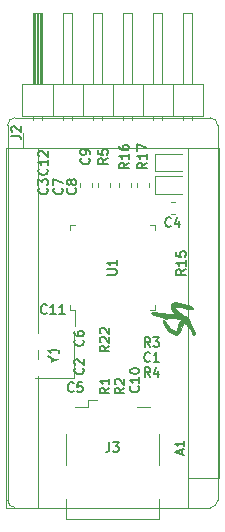
<source format=gbr>
%TF.GenerationSoftware,KiCad,Pcbnew,5.1.6+dfsg1-1~bpo10+1*%
%TF.CreationDate,2020-07-08T21:11:21+00:00*%
%TF.ProjectId,ProMicro_UART,50726f4d-6963-4726-9f5f-554152542e6b,v2*%
%TF.SameCoordinates,Original*%
%TF.FileFunction,Legend,Top*%
%TF.FilePolarity,Positive*%
%FSLAX45Y45*%
G04 Gerber Fmt 4.5, Leading zero omitted, Abs format (unit mm)*
G04 Created by KiCad (PCBNEW 5.1.6+dfsg1-1~bpo10+1) date 2020-07-08 21:11:21*
%MOMM*%
%LPD*%
G01*
G04 APERTURE LIST*
%TA.AperFunction,Profile*%
%ADD10C,0.100000*%
%TD*%
%ADD11C,0.010000*%
%ADD12C,0.120000*%
%ADD13C,0.200000*%
%ADD14C,0.150000*%
%ADD15O,1.600000X1.600000*%
%ADD16R,1.600000X1.600000*%
%ADD17R,1.200000X1.400000*%
%ADD18C,0.900000*%
%ADD19R,0.500000X2.500000*%
%ADD20R,2.000000X2.500000*%
%ADD21O,1.700000X1.700000*%
%ADD22R,1.700000X1.700000*%
G04 APERTURE END LIST*
D10*
X-1651000Y3111500D02*
X-1651000Y-63500D01*
X127000Y3111500D02*
X127000Y-63500D01*
X-1587500Y-127000D02*
G75*
G02*
X-1651000Y-63500I0J63500D01*
G01*
X127000Y-63500D02*
G75*
G02*
X63500Y-127000I-63500J0D01*
G01*
X63500Y3175000D02*
G75*
G02*
X127000Y3111500I0J-63500D01*
G01*
X-1651000Y3111500D02*
G75*
G02*
X-1587500Y3175000I63500J0D01*
G01*
X63500Y-127000D02*
X-1587500Y-127000D01*
X-1587500Y3175000D02*
X63500Y3175000D01*
D11*
G36*
X-432524Y1530896D02*
G01*
X-420548Y1533438D01*
X-399434Y1531073D01*
X-392660Y1529520D01*
X-367297Y1524435D01*
X-332644Y1519260D01*
X-297049Y1515203D01*
X-234264Y1509300D01*
X-252599Y1532608D01*
X-268721Y1561477D01*
X-269524Y1585242D01*
X-256320Y1602002D01*
X-230418Y1609856D01*
X-200449Y1608289D01*
X-166744Y1600600D01*
X-131711Y1589348D01*
X-101798Y1576831D01*
X-85963Y1567508D01*
X-81482Y1558920D01*
X-89517Y1552970D01*
X-105700Y1551008D01*
X-125663Y1554384D01*
X-127000Y1554825D01*
X-154090Y1562512D01*
X-183246Y1568460D01*
X-209461Y1571939D01*
X-227725Y1572224D01*
X-233038Y1570235D01*
X-230227Y1560317D01*
X-217015Y1544843D01*
X-197347Y1527256D01*
X-175167Y1510996D01*
X-154420Y1499505D01*
X-150040Y1497821D01*
X-131549Y1488247D01*
X-122741Y1477193D01*
X-122625Y1476067D01*
X-118118Y1460567D01*
X-107451Y1440615D01*
X-107223Y1440266D01*
X-96312Y1420318D01*
X-84527Y1394046D01*
X-74384Y1367692D01*
X-68401Y1347501D01*
X-67733Y1342313D01*
X-72820Y1331262D01*
X-73340Y1330715D01*
X-79850Y1334010D01*
X-89518Y1348958D01*
X-93359Y1356821D01*
X-107278Y1381703D01*
X-124962Y1405869D01*
X-142739Y1424971D01*
X-156934Y1434659D01*
X-159465Y1435100D01*
X-166024Y1427708D01*
X-175117Y1408499D01*
X-183152Y1386417D01*
X-196948Y1353605D01*
X-213157Y1336852D01*
X-234097Y1335284D01*
X-262085Y1348026D01*
X-270584Y1353431D01*
X-291396Y1371542D01*
X-310509Y1395448D01*
X-325530Y1420922D01*
X-334068Y1443744D01*
X-333732Y1459688D01*
X-332076Y1462011D01*
X-323243Y1462230D01*
X-312102Y1446640D01*
X-308656Y1439734D01*
X-293401Y1415888D01*
X-272820Y1393885D01*
X-251098Y1377236D01*
X-232421Y1369452D01*
X-225522Y1369985D01*
X-216545Y1380565D01*
X-209029Y1401127D01*
X-207786Y1406907D01*
X-200512Y1432083D01*
X-190479Y1451718D01*
X-188833Y1453750D01*
X-180992Y1464850D01*
X-187001Y1470148D01*
X-195900Y1472254D01*
X-230475Y1478138D01*
X-261251Y1481289D01*
X-284314Y1481511D01*
X-295748Y1478608D01*
X-296333Y1477271D01*
X-303193Y1469903D01*
X-309033Y1468967D01*
X-320307Y1473058D01*
X-321733Y1476529D01*
X-329365Y1481793D01*
X-349267Y1488032D01*
X-374054Y1493307D01*
X-409573Y1501876D01*
X-430802Y1512238D01*
X-436724Y1523738D01*
X-432524Y1530896D01*
G37*
X-432524Y1530896D02*
X-420548Y1533438D01*
X-399434Y1531073D01*
X-392660Y1529520D01*
X-367297Y1524435D01*
X-332644Y1519260D01*
X-297049Y1515203D01*
X-234264Y1509300D01*
X-252599Y1532608D01*
X-268721Y1561477D01*
X-269524Y1585242D01*
X-256320Y1602002D01*
X-230418Y1609856D01*
X-200449Y1608289D01*
X-166744Y1600600D01*
X-131711Y1589348D01*
X-101798Y1576831D01*
X-85963Y1567508D01*
X-81482Y1558920D01*
X-89517Y1552970D01*
X-105700Y1551008D01*
X-125663Y1554384D01*
X-127000Y1554825D01*
X-154090Y1562512D01*
X-183246Y1568460D01*
X-209461Y1571939D01*
X-227725Y1572224D01*
X-233038Y1570235D01*
X-230227Y1560317D01*
X-217015Y1544843D01*
X-197347Y1527256D01*
X-175167Y1510996D01*
X-154420Y1499505D01*
X-150040Y1497821D01*
X-131549Y1488247D01*
X-122741Y1477193D01*
X-122625Y1476067D01*
X-118118Y1460567D01*
X-107451Y1440615D01*
X-107223Y1440266D01*
X-96312Y1420318D01*
X-84527Y1394046D01*
X-74384Y1367692D01*
X-68401Y1347501D01*
X-67733Y1342313D01*
X-72820Y1331262D01*
X-73340Y1330715D01*
X-79850Y1334010D01*
X-89518Y1348958D01*
X-93359Y1356821D01*
X-107278Y1381703D01*
X-124962Y1405869D01*
X-142739Y1424971D01*
X-156934Y1434659D01*
X-159465Y1435100D01*
X-166024Y1427708D01*
X-175117Y1408499D01*
X-183152Y1386417D01*
X-196948Y1353605D01*
X-213157Y1336852D01*
X-234097Y1335284D01*
X-262085Y1348026D01*
X-270584Y1353431D01*
X-291396Y1371542D01*
X-310509Y1395448D01*
X-325530Y1420922D01*
X-334068Y1443744D01*
X-333732Y1459688D01*
X-332076Y1462011D01*
X-323243Y1462230D01*
X-312102Y1446640D01*
X-308656Y1439734D01*
X-293401Y1415888D01*
X-272820Y1393885D01*
X-251098Y1377236D01*
X-232421Y1369452D01*
X-225522Y1369985D01*
X-216545Y1380565D01*
X-209029Y1401127D01*
X-207786Y1406907D01*
X-200512Y1432083D01*
X-190479Y1451718D01*
X-188833Y1453750D01*
X-180992Y1464850D01*
X-187001Y1470148D01*
X-195900Y1472254D01*
X-230475Y1478138D01*
X-261251Y1481289D01*
X-284314Y1481511D01*
X-295748Y1478608D01*
X-296333Y1477271D01*
X-303193Y1469903D01*
X-309033Y1468967D01*
X-320307Y1473058D01*
X-321733Y1476529D01*
X-329365Y1481793D01*
X-349267Y1488032D01*
X-374054Y1493307D01*
X-409573Y1501876D01*
X-430802Y1512238D01*
X-436724Y1523738D01*
X-432524Y1530896D01*
D12*
X-1664000Y-127000D02*
X-127000Y-127000D01*
X-1664000Y2921000D02*
X-1664000Y-127000D01*
X140000Y2921000D02*
X-1664000Y2921000D01*
X-127000Y-127000D02*
X-127000Y2921000D01*
X-127000Y127000D02*
X140000Y127000D01*
X-1397000Y-127000D02*
X-1397000Y2921000D01*
X140000Y127000D02*
X140000Y2921000D01*
X-711400Y2587222D02*
X-711400Y2619778D01*
X-609400Y2587222D02*
X-609400Y2619778D01*
X-559000Y2587222D02*
X-559000Y2619778D01*
X-457000Y2587222D02*
X-457000Y2619778D01*
X-889200Y2587222D02*
X-889200Y2619778D01*
X-787200Y2587222D02*
X-787200Y2619778D01*
X-939600Y2619778D02*
X-939600Y2587222D01*
X-1041600Y2619778D02*
X-1041600Y2587222D01*
X-1422300Y968400D02*
X-1092300Y968400D01*
X-1092300Y968400D02*
X-1092300Y1368400D01*
X-401000Y2221000D02*
X-401000Y2266000D01*
X-401000Y2266000D02*
X-446000Y2266000D01*
X-401000Y1589000D02*
X-401000Y1544000D01*
X-401000Y1544000D02*
X-446000Y1544000D01*
X-1123000Y2221000D02*
X-1123000Y2266000D01*
X-1123000Y2266000D02*
X-1078000Y2266000D01*
X-1123000Y1589000D02*
X-1123000Y1544000D01*
X-1123000Y1544000D02*
X-1078000Y1544000D01*
X-1078000Y1544000D02*
X-1078000Y1415000D01*
X-1158000Y236000D02*
X-1158000Y496000D01*
X-366000Y496000D02*
X-366000Y236000D01*
X-1082000Y727000D02*
X-967000Y727000D01*
X-967000Y727000D02*
X-967000Y786000D01*
X-967000Y786000D02*
X-897000Y786000D01*
X-557000Y727000D02*
X-442000Y727000D01*
X-1158000Y-54000D02*
X-1158000Y-220000D01*
X-1158000Y-220000D02*
X-366000Y-220000D01*
X-366000Y-220000D02*
X-366000Y-54000D01*
X-237722Y2362000D02*
X-270278Y2362000D01*
X-237722Y2464000D02*
X-270278Y2464000D01*
X-1530000Y3192000D02*
X6000Y3192000D01*
X6000Y3192000D02*
X6000Y3458000D01*
X6000Y3458000D02*
X-1530000Y3458000D01*
X-1530000Y3458000D02*
X-1530000Y3192000D01*
X-1435000Y3458000D02*
X-1435000Y4058000D01*
X-1435000Y4058000D02*
X-1359000Y4058000D01*
X-1359000Y4058000D02*
X-1359000Y3458000D01*
X-1429000Y3458000D02*
X-1429000Y4058000D01*
X-1417000Y3458000D02*
X-1417000Y4058000D01*
X-1405000Y3458000D02*
X-1405000Y4058000D01*
X-1393000Y3458000D02*
X-1393000Y4058000D01*
X-1381000Y3458000D02*
X-1381000Y4058000D01*
X-1369000Y3458000D02*
X-1369000Y4058000D01*
X-1435000Y3159000D02*
X-1435000Y3192000D01*
X-1359000Y3159000D02*
X-1359000Y3192000D01*
X-1270000Y3192000D02*
X-1270000Y3458000D01*
X-1181000Y3458000D02*
X-1181000Y4058000D01*
X-1181000Y4058000D02*
X-1105000Y4058000D01*
X-1105000Y4058000D02*
X-1105000Y3458000D01*
X-1181000Y3152293D02*
X-1181000Y3192000D01*
X-1105000Y3152293D02*
X-1105000Y3192000D01*
X-1016000Y3192000D02*
X-1016000Y3458000D01*
X-927000Y3458000D02*
X-927000Y4058000D01*
X-927000Y4058000D02*
X-851000Y4058000D01*
X-851000Y4058000D02*
X-851000Y3458000D01*
X-927000Y3152293D02*
X-927000Y3192000D01*
X-851000Y3152293D02*
X-851000Y3192000D01*
X-762000Y3192000D02*
X-762000Y3458000D01*
X-673000Y3458000D02*
X-673000Y4058000D01*
X-673000Y4058000D02*
X-597000Y4058000D01*
X-597000Y4058000D02*
X-597000Y3458000D01*
X-673000Y3152293D02*
X-673000Y3192000D01*
X-597000Y3152293D02*
X-597000Y3192000D01*
X-508000Y3192000D02*
X-508000Y3458000D01*
X-419000Y3458000D02*
X-419000Y4058000D01*
X-419000Y4058000D02*
X-343000Y4058000D01*
X-343000Y4058000D02*
X-343000Y3458000D01*
X-419000Y3152293D02*
X-419000Y3192000D01*
X-343000Y3152293D02*
X-343000Y3192000D01*
X-254000Y3192000D02*
X-254000Y3458000D01*
X-165000Y3458000D02*
X-165000Y4058000D01*
X-165000Y4058000D02*
X-89000Y4058000D01*
X-89000Y4058000D02*
X-89000Y3458000D01*
X-165000Y3152293D02*
X-165000Y3192000D01*
X-89000Y3152293D02*
X-89000Y3192000D01*
X-1397000Y2921000D02*
X-1524000Y2921000D01*
X-1524000Y2921000D02*
X-1524000Y3048000D01*
X-174000Y2677000D02*
X-402500Y2677000D01*
X-402500Y2677000D02*
X-402500Y2530000D01*
X-402500Y2530000D02*
X-174000Y2530000D01*
X-174000Y2867500D02*
X-402500Y2867500D01*
X-402500Y2867500D02*
X-402500Y2720500D01*
X-402500Y2720500D02*
X-174000Y2720500D01*
D13*
X-177167Y323857D02*
X-177167Y361952D01*
X-154310Y316238D02*
X-234310Y342905D01*
X-154310Y369571D01*
X-154310Y438143D02*
X-154310Y392429D01*
X-154310Y415286D02*
X-234310Y415286D01*
X-222881Y407667D01*
X-215262Y400048D01*
X-211452Y392429D01*
X-624210Y2793372D02*
X-662305Y2766705D01*
X-624210Y2747657D02*
X-704210Y2747657D01*
X-704210Y2778133D01*
X-700400Y2785752D01*
X-696591Y2789562D01*
X-688972Y2793372D01*
X-677543Y2793372D01*
X-669924Y2789562D01*
X-666114Y2785752D01*
X-662305Y2778133D01*
X-662305Y2747657D01*
X-624210Y2869562D02*
X-624210Y2823848D01*
X-624210Y2846705D02*
X-704210Y2846705D01*
X-692781Y2839086D01*
X-685162Y2831467D01*
X-681352Y2823848D01*
X-704210Y2938133D02*
X-704210Y2922895D01*
X-700400Y2915276D01*
X-696591Y2911467D01*
X-685162Y2903848D01*
X-669924Y2900038D01*
X-639448Y2900038D01*
X-631829Y2903848D01*
X-628019Y2907657D01*
X-624210Y2915276D01*
X-624210Y2930514D01*
X-628019Y2938133D01*
X-631829Y2941943D01*
X-639448Y2945752D01*
X-658495Y2945752D01*
X-666114Y2941943D01*
X-669924Y2938133D01*
X-673733Y2930514D01*
X-673733Y2915276D01*
X-669924Y2907657D01*
X-666114Y2903848D01*
X-658495Y2900038D01*
X-471810Y2793372D02*
X-509905Y2766705D01*
X-471810Y2747657D02*
X-551810Y2747657D01*
X-551810Y2778133D01*
X-548000Y2785752D01*
X-544191Y2789562D01*
X-536572Y2793372D01*
X-525143Y2793372D01*
X-517524Y2789562D01*
X-513714Y2785752D01*
X-509905Y2778133D01*
X-509905Y2747657D01*
X-471810Y2869562D02*
X-471810Y2823848D01*
X-471810Y2846705D02*
X-551810Y2846705D01*
X-540381Y2839086D01*
X-532762Y2831467D01*
X-528952Y2823848D01*
X-551810Y2896229D02*
X-551810Y2949562D01*
X-471810Y2915276D01*
X-802010Y2831467D02*
X-840105Y2804800D01*
X-802010Y2785752D02*
X-882010Y2785752D01*
X-882010Y2816229D01*
X-878200Y2823848D01*
X-874390Y2827657D01*
X-866771Y2831467D01*
X-855343Y2831467D01*
X-847724Y2827657D01*
X-843914Y2823848D01*
X-840105Y2816229D01*
X-840105Y2785752D01*
X-882010Y2903848D02*
X-882010Y2865752D01*
X-843914Y2861943D01*
X-847724Y2865752D01*
X-851533Y2873371D01*
X-851533Y2892419D01*
X-847724Y2900038D01*
X-843914Y2903848D01*
X-836295Y2907657D01*
X-817248Y2907657D01*
X-809629Y2903848D01*
X-805819Y2900038D01*
X-802010Y2892419D01*
X-802010Y2873371D01*
X-805819Y2865752D01*
X-809629Y2861943D01*
X-962029Y2831467D02*
X-958219Y2827657D01*
X-954410Y2816229D01*
X-954410Y2808610D01*
X-958219Y2797181D01*
X-965838Y2789562D01*
X-973457Y2785752D01*
X-988695Y2781943D01*
X-1000124Y2781943D01*
X-1015362Y2785752D01*
X-1022981Y2789562D01*
X-1030600Y2797181D01*
X-1034410Y2808610D01*
X-1034410Y2816229D01*
X-1030600Y2827657D01*
X-1026790Y2831467D01*
X-954410Y2869562D02*
X-954410Y2884800D01*
X-958219Y2892419D01*
X-962029Y2896229D01*
X-973457Y2903848D01*
X-988695Y2907657D01*
X-1019171Y2907657D01*
X-1026790Y2903848D01*
X-1030600Y2900038D01*
X-1034410Y2892419D01*
X-1034410Y2877181D01*
X-1030600Y2869562D01*
X-1026790Y2865752D01*
X-1019171Y2861943D01*
X-1000124Y2861943D01*
X-992505Y2865752D01*
X-988695Y2869562D01*
X-984886Y2877181D01*
X-984886Y2892419D01*
X-988695Y2900038D01*
X-992505Y2903848D01*
X-1000124Y2907657D01*
D14*
X-1259681Y1120781D02*
X-1212062Y1120781D01*
X-1312062Y1087448D02*
X-1259681Y1120781D01*
X-1312062Y1154114D01*
X-1212062Y1239829D02*
X-1212062Y1182686D01*
X-1212062Y1211257D02*
X-1312062Y1211257D01*
X-1297776Y1201733D01*
X-1288252Y1192210D01*
X-1283491Y1182686D01*
D13*
X-805810Y1844048D02*
X-741048Y1844048D01*
X-733429Y1847857D01*
X-729619Y1851667D01*
X-725810Y1859286D01*
X-725810Y1874524D01*
X-729619Y1882143D01*
X-733429Y1885952D01*
X-741048Y1889762D01*
X-805810Y1889762D01*
X-725810Y1969762D02*
X-725810Y1924048D01*
X-725810Y1946905D02*
X-805810Y1946905D01*
X-794381Y1939286D01*
X-786762Y1931667D01*
X-782952Y1924048D01*
X-789310Y1243972D02*
X-827405Y1217305D01*
X-789310Y1198257D02*
X-869310Y1198257D01*
X-869310Y1228733D01*
X-865500Y1236352D01*
X-861690Y1240162D01*
X-854071Y1243972D01*
X-842643Y1243972D01*
X-835024Y1240162D01*
X-831214Y1236352D01*
X-827405Y1228733D01*
X-827405Y1198257D01*
X-861690Y1274448D02*
X-865500Y1278257D01*
X-869310Y1285876D01*
X-869310Y1304924D01*
X-865500Y1312543D01*
X-861690Y1316352D01*
X-854071Y1320162D01*
X-846452Y1320162D01*
X-835024Y1316352D01*
X-789310Y1270638D01*
X-789310Y1320162D01*
X-861690Y1350638D02*
X-865500Y1354448D01*
X-869310Y1362067D01*
X-869310Y1381114D01*
X-865500Y1388733D01*
X-861690Y1392543D01*
X-854071Y1396352D01*
X-846452Y1396352D01*
X-835024Y1392543D01*
X-789310Y1346829D01*
X-789310Y1396352D01*
X-1076329Y2577467D02*
X-1072519Y2573657D01*
X-1068710Y2562229D01*
X-1068710Y2554610D01*
X-1072519Y2543181D01*
X-1080138Y2535562D01*
X-1087757Y2531752D01*
X-1102995Y2527943D01*
X-1114424Y2527943D01*
X-1129662Y2531752D01*
X-1137281Y2535562D01*
X-1144900Y2543181D01*
X-1148710Y2554610D01*
X-1148710Y2562229D01*
X-1144900Y2573657D01*
X-1141091Y2577467D01*
X-1114424Y2623181D02*
X-1118233Y2615562D01*
X-1122043Y2611752D01*
X-1129662Y2607943D01*
X-1133472Y2607943D01*
X-1141091Y2611752D01*
X-1144900Y2615562D01*
X-1148710Y2623181D01*
X-1148710Y2638419D01*
X-1144900Y2646038D01*
X-1141091Y2649848D01*
X-1133472Y2653657D01*
X-1129662Y2653657D01*
X-1122043Y2649848D01*
X-1118233Y2646038D01*
X-1114424Y2638419D01*
X-1114424Y2623181D01*
X-1110614Y2615562D01*
X-1106805Y2611752D01*
X-1099186Y2607943D01*
X-1083948Y2607943D01*
X-1076329Y2611752D01*
X-1072519Y2615562D01*
X-1068710Y2623181D01*
X-1068710Y2638419D01*
X-1072519Y2646038D01*
X-1076329Y2649848D01*
X-1083948Y2653657D01*
X-1099186Y2653657D01*
X-1106805Y2649848D01*
X-1110614Y2646038D01*
X-1114424Y2638419D01*
X-1190629Y2577467D02*
X-1186819Y2573657D01*
X-1183010Y2562229D01*
X-1183010Y2554610D01*
X-1186819Y2543181D01*
X-1194438Y2535562D01*
X-1202057Y2531752D01*
X-1217295Y2527943D01*
X-1228724Y2527943D01*
X-1243962Y2531752D01*
X-1251581Y2535562D01*
X-1259200Y2543181D01*
X-1263010Y2554610D01*
X-1263010Y2562229D01*
X-1259200Y2573657D01*
X-1255391Y2577467D01*
X-1263010Y2604133D02*
X-1263010Y2657467D01*
X-1183010Y2623181D01*
X-445133Y1114429D02*
X-448943Y1110619D01*
X-460371Y1106810D01*
X-467990Y1106810D01*
X-479419Y1110619D01*
X-487038Y1118238D01*
X-490848Y1125857D01*
X-494657Y1141095D01*
X-494657Y1152524D01*
X-490848Y1167762D01*
X-487038Y1175381D01*
X-479419Y1183000D01*
X-467990Y1186810D01*
X-460371Y1186810D01*
X-448943Y1183000D01*
X-445133Y1179191D01*
X-368943Y1106810D02*
X-414657Y1106810D01*
X-391800Y1106810D02*
X-391800Y1186810D01*
X-399419Y1175381D01*
X-407038Y1167762D01*
X-414657Y1163952D01*
X-1012829Y1053467D02*
X-1009019Y1049657D01*
X-1005210Y1038229D01*
X-1005210Y1030610D01*
X-1009019Y1019181D01*
X-1016638Y1011562D01*
X-1024257Y1007752D01*
X-1039495Y1003943D01*
X-1050924Y1003943D01*
X-1066162Y1007752D01*
X-1073781Y1011562D01*
X-1081400Y1019181D01*
X-1085210Y1030610D01*
X-1085210Y1038229D01*
X-1081400Y1049657D01*
X-1077591Y1053467D01*
X-1077591Y1083943D02*
X-1081400Y1087752D01*
X-1085210Y1095372D01*
X-1085210Y1114419D01*
X-1081400Y1122038D01*
X-1077591Y1125848D01*
X-1069972Y1129657D01*
X-1062352Y1129657D01*
X-1050924Y1125848D01*
X-1005210Y1080133D01*
X-1005210Y1129657D01*
X-1317629Y2577467D02*
X-1313819Y2573657D01*
X-1310010Y2562229D01*
X-1310010Y2554610D01*
X-1313819Y2543181D01*
X-1321438Y2535562D01*
X-1329057Y2531752D01*
X-1344295Y2527943D01*
X-1355724Y2527943D01*
X-1370962Y2531752D01*
X-1378581Y2535562D01*
X-1386200Y2543181D01*
X-1390010Y2554610D01*
X-1390010Y2562229D01*
X-1386200Y2573657D01*
X-1382391Y2577467D01*
X-1390010Y2604133D02*
X-1390010Y2653657D01*
X-1359533Y2626991D01*
X-1359533Y2638419D01*
X-1355724Y2646038D01*
X-1351914Y2649848D01*
X-1344295Y2653657D01*
X-1325248Y2653657D01*
X-1317629Y2649848D01*
X-1313819Y2646038D01*
X-1310010Y2638419D01*
X-1310010Y2615562D01*
X-1313819Y2607943D01*
X-1317629Y2604133D01*
X-1092833Y860429D02*
X-1096643Y856619D01*
X-1108072Y852810D01*
X-1115691Y852810D01*
X-1127119Y856619D01*
X-1134738Y864238D01*
X-1138548Y871857D01*
X-1142357Y887095D01*
X-1142357Y898524D01*
X-1138548Y913762D01*
X-1134738Y921381D01*
X-1127119Y929000D01*
X-1115691Y932810D01*
X-1108072Y932810D01*
X-1096643Y929000D01*
X-1092833Y925190D01*
X-1020452Y932810D02*
X-1058548Y932810D01*
X-1062357Y894714D01*
X-1058548Y898524D01*
X-1050929Y902333D01*
X-1031881Y902333D01*
X-1024262Y898524D01*
X-1020452Y894714D01*
X-1016643Y887095D01*
X-1016643Y868048D01*
X-1020452Y860429D01*
X-1024262Y856619D01*
X-1031881Y852810D01*
X-1050929Y852810D01*
X-1058548Y856619D01*
X-1062357Y860429D01*
X-1012829Y1294767D02*
X-1009019Y1290957D01*
X-1005210Y1279529D01*
X-1005210Y1271910D01*
X-1009019Y1260481D01*
X-1016638Y1252862D01*
X-1024257Y1249052D01*
X-1039495Y1245243D01*
X-1050924Y1245243D01*
X-1066162Y1249052D01*
X-1073781Y1252862D01*
X-1081400Y1260481D01*
X-1085210Y1271910D01*
X-1085210Y1279529D01*
X-1081400Y1290957D01*
X-1077591Y1294767D01*
X-1085210Y1363338D02*
X-1085210Y1348100D01*
X-1081400Y1340481D01*
X-1077591Y1336672D01*
X-1066162Y1329052D01*
X-1050924Y1325243D01*
X-1020448Y1325243D01*
X-1012829Y1329052D01*
X-1009019Y1332862D01*
X-1005210Y1340481D01*
X-1005210Y1355719D01*
X-1009019Y1363338D01*
X-1012829Y1367148D01*
X-1020448Y1370957D01*
X-1039495Y1370957D01*
X-1047114Y1367148D01*
X-1050924Y1363338D01*
X-1054733Y1355719D01*
X-1054733Y1340481D01*
X-1050924Y1332862D01*
X-1047114Y1329052D01*
X-1039495Y1325243D01*
X-542929Y901071D02*
X-539119Y897262D01*
X-535310Y885833D01*
X-535310Y878214D01*
X-539119Y866786D01*
X-546738Y859167D01*
X-554357Y855357D01*
X-569595Y851548D01*
X-581024Y851548D01*
X-596262Y855357D01*
X-603881Y859167D01*
X-611500Y866786D01*
X-615310Y878214D01*
X-615310Y885833D01*
X-611500Y897262D01*
X-607691Y901071D01*
X-535310Y977262D02*
X-535310Y931548D01*
X-535310Y954405D02*
X-615310Y954405D01*
X-603881Y946786D01*
X-596262Y939167D01*
X-592452Y931548D01*
X-615310Y1026786D02*
X-615310Y1034405D01*
X-611500Y1042024D01*
X-607691Y1045833D01*
X-600072Y1049643D01*
X-584833Y1053452D01*
X-565786Y1053452D01*
X-550548Y1049643D01*
X-542929Y1045833D01*
X-539119Y1042024D01*
X-535310Y1034405D01*
X-535310Y1026786D01*
X-539119Y1019167D01*
X-542929Y1015357D01*
X-550548Y1011548D01*
X-565786Y1007738D01*
X-584833Y1007738D01*
X-600072Y1011548D01*
X-607691Y1015357D01*
X-611500Y1019167D01*
X-615310Y1026786D01*
X-1321429Y1520829D02*
X-1325238Y1517019D01*
X-1336667Y1513210D01*
X-1344286Y1513210D01*
X-1355714Y1517019D01*
X-1363333Y1524638D01*
X-1367143Y1532257D01*
X-1370952Y1547495D01*
X-1370952Y1558924D01*
X-1367143Y1574162D01*
X-1363333Y1581781D01*
X-1355714Y1589400D01*
X-1344286Y1593210D01*
X-1336667Y1593210D01*
X-1325238Y1589400D01*
X-1321429Y1585590D01*
X-1245238Y1513210D02*
X-1290952Y1513210D01*
X-1268095Y1513210D02*
X-1268095Y1593210D01*
X-1275714Y1581781D01*
X-1283333Y1574162D01*
X-1290952Y1570352D01*
X-1169048Y1513210D02*
X-1214762Y1513210D01*
X-1191905Y1513210D02*
X-1191905Y1593210D01*
X-1199524Y1581781D01*
X-1207143Y1574162D01*
X-1214762Y1570352D01*
X-1317629Y2742572D02*
X-1313819Y2738762D01*
X-1310010Y2727333D01*
X-1310010Y2719714D01*
X-1313819Y2708286D01*
X-1321438Y2700667D01*
X-1329057Y2696857D01*
X-1344295Y2693048D01*
X-1355724Y2693048D01*
X-1370962Y2696857D01*
X-1378581Y2700667D01*
X-1386200Y2708286D01*
X-1390010Y2719714D01*
X-1390010Y2727333D01*
X-1386200Y2738762D01*
X-1382391Y2742572D01*
X-1310010Y2818762D02*
X-1310010Y2773048D01*
X-1310010Y2795905D02*
X-1390010Y2795905D01*
X-1378581Y2788286D01*
X-1370962Y2780667D01*
X-1367152Y2773048D01*
X-1382391Y2849238D02*
X-1386200Y2853048D01*
X-1390010Y2860667D01*
X-1390010Y2879714D01*
X-1386200Y2887333D01*
X-1382391Y2891143D01*
X-1374772Y2894952D01*
X-1367152Y2894952D01*
X-1355724Y2891143D01*
X-1310010Y2845429D01*
X-1310010Y2894952D01*
X-789310Y888367D02*
X-827405Y861700D01*
X-789310Y842652D02*
X-869310Y842652D01*
X-869310Y873129D01*
X-865500Y880748D01*
X-861690Y884557D01*
X-854071Y888367D01*
X-842643Y888367D01*
X-835024Y884557D01*
X-831214Y880748D01*
X-827405Y873129D01*
X-827405Y842652D01*
X-789310Y964557D02*
X-789310Y918843D01*
X-789310Y941700D02*
X-869310Y941700D01*
X-857881Y934081D01*
X-850262Y926462D01*
X-846452Y918843D01*
X-662310Y888367D02*
X-700405Y861700D01*
X-662310Y842652D02*
X-742310Y842652D01*
X-742310Y873129D01*
X-738500Y880748D01*
X-734690Y884557D01*
X-727071Y888367D01*
X-715643Y888367D01*
X-708024Y884557D01*
X-704214Y880748D01*
X-700405Y873129D01*
X-700405Y842652D01*
X-734690Y918843D02*
X-738500Y922652D01*
X-742310Y930271D01*
X-742310Y949319D01*
X-738500Y956938D01*
X-734690Y960748D01*
X-727071Y964557D01*
X-719452Y964557D01*
X-708024Y960748D01*
X-662310Y915033D01*
X-662310Y964557D01*
X-445133Y1233810D02*
X-471800Y1271905D01*
X-490848Y1233810D02*
X-490848Y1313810D01*
X-460371Y1313810D01*
X-452752Y1310000D01*
X-448943Y1306191D01*
X-445133Y1298572D01*
X-445133Y1287143D01*
X-448943Y1279524D01*
X-452752Y1275714D01*
X-460371Y1271905D01*
X-490848Y1271905D01*
X-418467Y1313810D02*
X-368943Y1313810D01*
X-395610Y1283333D01*
X-384181Y1283333D01*
X-376562Y1279524D01*
X-372752Y1275714D01*
X-368943Y1268095D01*
X-368943Y1249048D01*
X-372752Y1241429D01*
X-376562Y1237619D01*
X-384181Y1233810D01*
X-407038Y1233810D01*
X-414657Y1237619D01*
X-418467Y1241429D01*
X-445133Y979810D02*
X-471800Y1017905D01*
X-490848Y979810D02*
X-490848Y1059810D01*
X-460371Y1059810D01*
X-452752Y1056000D01*
X-448943Y1052191D01*
X-445133Y1044571D01*
X-445133Y1033143D01*
X-448943Y1025524D01*
X-452752Y1021714D01*
X-460371Y1017905D01*
X-490848Y1017905D01*
X-376562Y1033143D02*
X-376562Y979810D01*
X-395610Y1063619D02*
X-414657Y1006476D01*
X-365133Y1006476D01*
X-141610Y1891671D02*
X-179705Y1865005D01*
X-141610Y1845957D02*
X-221610Y1845957D01*
X-221610Y1876433D01*
X-217800Y1884052D01*
X-213990Y1887862D01*
X-206371Y1891671D01*
X-194943Y1891671D01*
X-187324Y1887862D01*
X-183514Y1884052D01*
X-179705Y1876433D01*
X-179705Y1845957D01*
X-141610Y1967862D02*
X-141610Y1922148D01*
X-141610Y1945005D02*
X-221610Y1945005D01*
X-210181Y1937386D01*
X-202562Y1929767D01*
X-198752Y1922148D01*
X-221610Y2040243D02*
X-221610Y2002148D01*
X-183514Y1998338D01*
X-187324Y2002148D01*
X-191133Y2009767D01*
X-191133Y2028814D01*
X-187324Y2036433D01*
X-183514Y2040243D01*
X-175895Y2044052D01*
X-156848Y2044052D01*
X-149229Y2040243D01*
X-145419Y2036433D01*
X-141610Y2028814D01*
X-141610Y2009767D01*
X-145419Y2002148D01*
X-149229Y1998338D01*
X-788667Y424810D02*
X-788667Y367667D01*
X-792476Y356238D01*
X-800095Y348619D01*
X-811524Y344810D01*
X-819143Y344810D01*
X-758190Y424810D02*
X-708667Y424810D01*
X-735333Y394333D01*
X-723905Y394333D01*
X-716286Y390524D01*
X-712476Y386714D01*
X-708667Y379095D01*
X-708667Y360048D01*
X-712476Y352429D01*
X-716286Y348619D01*
X-723905Y344810D01*
X-746762Y344810D01*
X-754381Y348619D01*
X-758190Y352429D01*
X-267333Y2257429D02*
X-271143Y2253619D01*
X-282572Y2249810D01*
X-290191Y2249810D01*
X-301619Y2253619D01*
X-309238Y2261238D01*
X-313048Y2268857D01*
X-316857Y2284095D01*
X-316857Y2295524D01*
X-313048Y2310762D01*
X-309238Y2318381D01*
X-301619Y2326000D01*
X-290191Y2329810D01*
X-282572Y2329810D01*
X-271143Y2326000D01*
X-267333Y2322191D01*
X-198762Y2303143D02*
X-198762Y2249810D01*
X-217810Y2333619D02*
X-236857Y2276476D01*
X-187333Y2276476D01*
X-1618610Y3021333D02*
X-1561467Y3021333D01*
X-1550038Y3017524D01*
X-1542419Y3009905D01*
X-1538610Y2998476D01*
X-1538610Y2990857D01*
X-1610990Y3055619D02*
X-1614800Y3059429D01*
X-1618610Y3067048D01*
X-1618610Y3086095D01*
X-1614800Y3093714D01*
X-1610990Y3097524D01*
X-1603371Y3101333D01*
X-1595752Y3101333D01*
X-1584324Y3097524D01*
X-1538610Y3051810D01*
X-1538610Y3101333D01*
%LPC*%
D15*
X-1524000Y0D03*
X-1524000Y254000D03*
X-1524000Y508000D03*
X0Y2794000D03*
X-1524000Y762000D03*
X0Y2540000D03*
X-1524000Y1016000D03*
X0Y2286000D03*
X-1524000Y1270000D03*
X0Y2032000D03*
X-1524000Y1524000D03*
X0Y1778000D03*
X-1524000Y1778000D03*
X0Y1524000D03*
X-1524000Y2032000D03*
X0Y1270000D03*
X-1524000Y2286000D03*
X0Y1016000D03*
X-1524000Y2540000D03*
X0Y762000D03*
X-1524000Y2794000D03*
X0Y508000D03*
X0Y254000D03*
D16*
X0Y0D03*
G36*
G01*
X-634775Y2638500D02*
X-686025Y2638500D01*
G75*
G02*
X-707900Y2660375I0J21875D01*
G01*
X-707900Y2704125D01*
G75*
G02*
X-686025Y2726000I21875J0D01*
G01*
X-634775Y2726000D01*
G75*
G02*
X-612900Y2704125I0J-21875D01*
G01*
X-612900Y2660375D01*
G75*
G02*
X-634775Y2638500I-21875J0D01*
G01*
G37*
G36*
G01*
X-634775Y2481000D02*
X-686025Y2481000D01*
G75*
G02*
X-707900Y2502875I0J21875D01*
G01*
X-707900Y2546625D01*
G75*
G02*
X-686025Y2568500I21875J0D01*
G01*
X-634775Y2568500D01*
G75*
G02*
X-612900Y2546625I0J-21875D01*
G01*
X-612900Y2502875D01*
G75*
G02*
X-634775Y2481000I-21875J0D01*
G01*
G37*
G36*
G01*
X-482375Y2638500D02*
X-533625Y2638500D01*
G75*
G02*
X-555500Y2660375I0J21875D01*
G01*
X-555500Y2704125D01*
G75*
G02*
X-533625Y2726000I21875J0D01*
G01*
X-482375Y2726000D01*
G75*
G02*
X-460500Y2704125I0J-21875D01*
G01*
X-460500Y2660375D01*
G75*
G02*
X-482375Y2638500I-21875J0D01*
G01*
G37*
G36*
G01*
X-482375Y2481000D02*
X-533625Y2481000D01*
G75*
G02*
X-555500Y2502875I0J21875D01*
G01*
X-555500Y2546625D01*
G75*
G02*
X-533625Y2568500I21875J0D01*
G01*
X-482375Y2568500D01*
G75*
G02*
X-460500Y2546625I0J-21875D01*
G01*
X-460500Y2502875D01*
G75*
G02*
X-482375Y2481000I-21875J0D01*
G01*
G37*
G36*
G01*
X-812575Y2638500D02*
X-863825Y2638500D01*
G75*
G02*
X-885700Y2660375I0J21875D01*
G01*
X-885700Y2704125D01*
G75*
G02*
X-863825Y2726000I21875J0D01*
G01*
X-812575Y2726000D01*
G75*
G02*
X-790700Y2704125I0J-21875D01*
G01*
X-790700Y2660375D01*
G75*
G02*
X-812575Y2638500I-21875J0D01*
G01*
G37*
G36*
G01*
X-812575Y2481000D02*
X-863825Y2481000D01*
G75*
G02*
X-885700Y2502875I0J21875D01*
G01*
X-885700Y2546625D01*
G75*
G02*
X-863825Y2568500I21875J0D01*
G01*
X-812575Y2568500D01*
G75*
G02*
X-790700Y2546625I0J-21875D01*
G01*
X-790700Y2502875D01*
G75*
G02*
X-812575Y2481000I-21875J0D01*
G01*
G37*
G36*
G01*
X-1016225Y2568500D02*
X-964975Y2568500D01*
G75*
G02*
X-943100Y2546625I0J-21875D01*
G01*
X-943100Y2502875D01*
G75*
G02*
X-964975Y2481000I-21875J0D01*
G01*
X-1016225Y2481000D01*
G75*
G02*
X-1038100Y2502875I0J21875D01*
G01*
X-1038100Y2546625D01*
G75*
G02*
X-1016225Y2568500I21875J0D01*
G01*
G37*
G36*
G01*
X-1016225Y2726000D02*
X-964975Y2726000D01*
G75*
G02*
X-943100Y2704125I0J-21875D01*
G01*
X-943100Y2660375D01*
G75*
G02*
X-964975Y2638500I-21875J0D01*
G01*
X-1016225Y2638500D01*
G75*
G02*
X-1038100Y2660375I0J21875D01*
G01*
X-1038100Y2704125D01*
G75*
G02*
X-1016225Y2726000I21875J0D01*
G01*
G37*
D17*
X-1342300Y1058400D03*
X-1342300Y1278400D03*
X-1172300Y1278400D03*
X-1172300Y1058400D03*
G36*
G01*
X-1112000Y1615000D02*
X-1244500Y1615000D01*
G75*
G02*
X-1252000Y1622500I0J7500D01*
G01*
X-1252000Y1637500D01*
G75*
G02*
X-1244500Y1645000I7500J0D01*
G01*
X-1112000Y1645000D01*
G75*
G02*
X-1104500Y1637500I0J-7500D01*
G01*
X-1104500Y1622500D01*
G75*
G02*
X-1112000Y1615000I-7500J0D01*
G01*
G37*
G36*
G01*
X-1112000Y1665000D02*
X-1244500Y1665000D01*
G75*
G02*
X-1252000Y1672500I0J7500D01*
G01*
X-1252000Y1687500D01*
G75*
G02*
X-1244500Y1695000I7500J0D01*
G01*
X-1112000Y1695000D01*
G75*
G02*
X-1104500Y1687500I0J-7500D01*
G01*
X-1104500Y1672500D01*
G75*
G02*
X-1112000Y1665000I-7500J0D01*
G01*
G37*
G36*
G01*
X-1112000Y1715000D02*
X-1244500Y1715000D01*
G75*
G02*
X-1252000Y1722500I0J7500D01*
G01*
X-1252000Y1737500D01*
G75*
G02*
X-1244500Y1745000I7500J0D01*
G01*
X-1112000Y1745000D01*
G75*
G02*
X-1104500Y1737500I0J-7500D01*
G01*
X-1104500Y1722500D01*
G75*
G02*
X-1112000Y1715000I-7500J0D01*
G01*
G37*
G36*
G01*
X-1112000Y1765000D02*
X-1244500Y1765000D01*
G75*
G02*
X-1252000Y1772500I0J7500D01*
G01*
X-1252000Y1787500D01*
G75*
G02*
X-1244500Y1795000I7500J0D01*
G01*
X-1112000Y1795000D01*
G75*
G02*
X-1104500Y1787500I0J-7500D01*
G01*
X-1104500Y1772500D01*
G75*
G02*
X-1112000Y1765000I-7500J0D01*
G01*
G37*
G36*
G01*
X-1112000Y1815000D02*
X-1244500Y1815000D01*
G75*
G02*
X-1252000Y1822500I0J7500D01*
G01*
X-1252000Y1837500D01*
G75*
G02*
X-1244500Y1845000I7500J0D01*
G01*
X-1112000Y1845000D01*
G75*
G02*
X-1104500Y1837500I0J-7500D01*
G01*
X-1104500Y1822500D01*
G75*
G02*
X-1112000Y1815000I-7500J0D01*
G01*
G37*
G36*
G01*
X-1112000Y1865000D02*
X-1244500Y1865000D01*
G75*
G02*
X-1252000Y1872500I0J7500D01*
G01*
X-1252000Y1887500D01*
G75*
G02*
X-1244500Y1895000I7500J0D01*
G01*
X-1112000Y1895000D01*
G75*
G02*
X-1104500Y1887500I0J-7500D01*
G01*
X-1104500Y1872500D01*
G75*
G02*
X-1112000Y1865000I-7500J0D01*
G01*
G37*
G36*
G01*
X-1112000Y1915000D02*
X-1244500Y1915000D01*
G75*
G02*
X-1252000Y1922500I0J7500D01*
G01*
X-1252000Y1937500D01*
G75*
G02*
X-1244500Y1945000I7500J0D01*
G01*
X-1112000Y1945000D01*
G75*
G02*
X-1104500Y1937500I0J-7500D01*
G01*
X-1104500Y1922500D01*
G75*
G02*
X-1112000Y1915000I-7500J0D01*
G01*
G37*
G36*
G01*
X-1112000Y1965000D02*
X-1244500Y1965000D01*
G75*
G02*
X-1252000Y1972500I0J7500D01*
G01*
X-1252000Y1987500D01*
G75*
G02*
X-1244500Y1995000I7500J0D01*
G01*
X-1112000Y1995000D01*
G75*
G02*
X-1104500Y1987500I0J-7500D01*
G01*
X-1104500Y1972500D01*
G75*
G02*
X-1112000Y1965000I-7500J0D01*
G01*
G37*
G36*
G01*
X-1112000Y2015000D02*
X-1244500Y2015000D01*
G75*
G02*
X-1252000Y2022500I0J7500D01*
G01*
X-1252000Y2037500D01*
G75*
G02*
X-1244500Y2045000I7500J0D01*
G01*
X-1112000Y2045000D01*
G75*
G02*
X-1104500Y2037500I0J-7500D01*
G01*
X-1104500Y2022500D01*
G75*
G02*
X-1112000Y2015000I-7500J0D01*
G01*
G37*
G36*
G01*
X-1112000Y2065000D02*
X-1244500Y2065000D01*
G75*
G02*
X-1252000Y2072500I0J7500D01*
G01*
X-1252000Y2087500D01*
G75*
G02*
X-1244500Y2095000I7500J0D01*
G01*
X-1112000Y2095000D01*
G75*
G02*
X-1104500Y2087500I0J-7500D01*
G01*
X-1104500Y2072500D01*
G75*
G02*
X-1112000Y2065000I-7500J0D01*
G01*
G37*
G36*
G01*
X-1112000Y2115000D02*
X-1244500Y2115000D01*
G75*
G02*
X-1252000Y2122500I0J7500D01*
G01*
X-1252000Y2137500D01*
G75*
G02*
X-1244500Y2145000I7500J0D01*
G01*
X-1112000Y2145000D01*
G75*
G02*
X-1104500Y2137500I0J-7500D01*
G01*
X-1104500Y2122500D01*
G75*
G02*
X-1112000Y2115000I-7500J0D01*
G01*
G37*
G36*
G01*
X-1112000Y2165000D02*
X-1244500Y2165000D01*
G75*
G02*
X-1252000Y2172500I0J7500D01*
G01*
X-1252000Y2187500D01*
G75*
G02*
X-1244500Y2195000I7500J0D01*
G01*
X-1112000Y2195000D01*
G75*
G02*
X-1104500Y2187500I0J-7500D01*
G01*
X-1104500Y2172500D01*
G75*
G02*
X-1112000Y2165000I-7500J0D01*
G01*
G37*
G36*
G01*
X-1029500Y2247500D02*
X-1044500Y2247500D01*
G75*
G02*
X-1052000Y2255000I0J7500D01*
G01*
X-1052000Y2387500D01*
G75*
G02*
X-1044500Y2395000I7500J0D01*
G01*
X-1029500Y2395000D01*
G75*
G02*
X-1022000Y2387500I0J-7500D01*
G01*
X-1022000Y2255000D01*
G75*
G02*
X-1029500Y2247500I-7500J0D01*
G01*
G37*
G36*
G01*
X-979500Y2247500D02*
X-994500Y2247500D01*
G75*
G02*
X-1002000Y2255000I0J7500D01*
G01*
X-1002000Y2387500D01*
G75*
G02*
X-994500Y2395000I7500J0D01*
G01*
X-979500Y2395000D01*
G75*
G02*
X-972000Y2387500I0J-7500D01*
G01*
X-972000Y2255000D01*
G75*
G02*
X-979500Y2247500I-7500J0D01*
G01*
G37*
G36*
G01*
X-929500Y2247500D02*
X-944500Y2247500D01*
G75*
G02*
X-952000Y2255000I0J7500D01*
G01*
X-952000Y2387500D01*
G75*
G02*
X-944500Y2395000I7500J0D01*
G01*
X-929500Y2395000D01*
G75*
G02*
X-922000Y2387500I0J-7500D01*
G01*
X-922000Y2255000D01*
G75*
G02*
X-929500Y2247500I-7500J0D01*
G01*
G37*
G36*
G01*
X-879500Y2247500D02*
X-894500Y2247500D01*
G75*
G02*
X-902000Y2255000I0J7500D01*
G01*
X-902000Y2387500D01*
G75*
G02*
X-894500Y2395000I7500J0D01*
G01*
X-879500Y2395000D01*
G75*
G02*
X-872000Y2387500I0J-7500D01*
G01*
X-872000Y2255000D01*
G75*
G02*
X-879500Y2247500I-7500J0D01*
G01*
G37*
G36*
G01*
X-829500Y2247500D02*
X-844500Y2247500D01*
G75*
G02*
X-852000Y2255000I0J7500D01*
G01*
X-852000Y2387500D01*
G75*
G02*
X-844500Y2395000I7500J0D01*
G01*
X-829500Y2395000D01*
G75*
G02*
X-822000Y2387500I0J-7500D01*
G01*
X-822000Y2255000D01*
G75*
G02*
X-829500Y2247500I-7500J0D01*
G01*
G37*
G36*
G01*
X-779500Y2247500D02*
X-794500Y2247500D01*
G75*
G02*
X-802000Y2255000I0J7500D01*
G01*
X-802000Y2387500D01*
G75*
G02*
X-794500Y2395000I7500J0D01*
G01*
X-779500Y2395000D01*
G75*
G02*
X-772000Y2387500I0J-7500D01*
G01*
X-772000Y2255000D01*
G75*
G02*
X-779500Y2247500I-7500J0D01*
G01*
G37*
G36*
G01*
X-729500Y2247500D02*
X-744500Y2247500D01*
G75*
G02*
X-752000Y2255000I0J7500D01*
G01*
X-752000Y2387500D01*
G75*
G02*
X-744500Y2395000I7500J0D01*
G01*
X-729500Y2395000D01*
G75*
G02*
X-722000Y2387500I0J-7500D01*
G01*
X-722000Y2255000D01*
G75*
G02*
X-729500Y2247500I-7500J0D01*
G01*
G37*
G36*
G01*
X-679500Y2247500D02*
X-694500Y2247500D01*
G75*
G02*
X-702000Y2255000I0J7500D01*
G01*
X-702000Y2387500D01*
G75*
G02*
X-694500Y2395000I7500J0D01*
G01*
X-679500Y2395000D01*
G75*
G02*
X-672000Y2387500I0J-7500D01*
G01*
X-672000Y2255000D01*
G75*
G02*
X-679500Y2247500I-7500J0D01*
G01*
G37*
G36*
G01*
X-629500Y2247500D02*
X-644500Y2247500D01*
G75*
G02*
X-652000Y2255000I0J7500D01*
G01*
X-652000Y2387500D01*
G75*
G02*
X-644500Y2395000I7500J0D01*
G01*
X-629500Y2395000D01*
G75*
G02*
X-622000Y2387500I0J-7500D01*
G01*
X-622000Y2255000D01*
G75*
G02*
X-629500Y2247500I-7500J0D01*
G01*
G37*
G36*
G01*
X-579500Y2247500D02*
X-594500Y2247500D01*
G75*
G02*
X-602000Y2255000I0J7500D01*
G01*
X-602000Y2387500D01*
G75*
G02*
X-594500Y2395000I7500J0D01*
G01*
X-579500Y2395000D01*
G75*
G02*
X-572000Y2387500I0J-7500D01*
G01*
X-572000Y2255000D01*
G75*
G02*
X-579500Y2247500I-7500J0D01*
G01*
G37*
G36*
G01*
X-529500Y2247500D02*
X-544500Y2247500D01*
G75*
G02*
X-552000Y2255000I0J7500D01*
G01*
X-552000Y2387500D01*
G75*
G02*
X-544500Y2395000I7500J0D01*
G01*
X-529500Y2395000D01*
G75*
G02*
X-522000Y2387500I0J-7500D01*
G01*
X-522000Y2255000D01*
G75*
G02*
X-529500Y2247500I-7500J0D01*
G01*
G37*
G36*
G01*
X-479500Y2247500D02*
X-494500Y2247500D01*
G75*
G02*
X-502000Y2255000I0J7500D01*
G01*
X-502000Y2387500D01*
G75*
G02*
X-494500Y2395000I7500J0D01*
G01*
X-479500Y2395000D01*
G75*
G02*
X-472000Y2387500I0J-7500D01*
G01*
X-472000Y2255000D01*
G75*
G02*
X-479500Y2247500I-7500J0D01*
G01*
G37*
G36*
G01*
X-279500Y2165000D02*
X-412000Y2165000D01*
G75*
G02*
X-419500Y2172500I0J7500D01*
G01*
X-419500Y2187500D01*
G75*
G02*
X-412000Y2195000I7500J0D01*
G01*
X-279500Y2195000D01*
G75*
G02*
X-272000Y2187500I0J-7500D01*
G01*
X-272000Y2172500D01*
G75*
G02*
X-279500Y2165000I-7500J0D01*
G01*
G37*
G36*
G01*
X-279500Y2115000D02*
X-412000Y2115000D01*
G75*
G02*
X-419500Y2122500I0J7500D01*
G01*
X-419500Y2137500D01*
G75*
G02*
X-412000Y2145000I7500J0D01*
G01*
X-279500Y2145000D01*
G75*
G02*
X-272000Y2137500I0J-7500D01*
G01*
X-272000Y2122500D01*
G75*
G02*
X-279500Y2115000I-7500J0D01*
G01*
G37*
G36*
G01*
X-279500Y2065000D02*
X-412000Y2065000D01*
G75*
G02*
X-419500Y2072500I0J7500D01*
G01*
X-419500Y2087500D01*
G75*
G02*
X-412000Y2095000I7500J0D01*
G01*
X-279500Y2095000D01*
G75*
G02*
X-272000Y2087500I0J-7500D01*
G01*
X-272000Y2072500D01*
G75*
G02*
X-279500Y2065000I-7500J0D01*
G01*
G37*
G36*
G01*
X-279500Y2015000D02*
X-412000Y2015000D01*
G75*
G02*
X-419500Y2022500I0J7500D01*
G01*
X-419500Y2037500D01*
G75*
G02*
X-412000Y2045000I7500J0D01*
G01*
X-279500Y2045000D01*
G75*
G02*
X-272000Y2037500I0J-7500D01*
G01*
X-272000Y2022500D01*
G75*
G02*
X-279500Y2015000I-7500J0D01*
G01*
G37*
G36*
G01*
X-279500Y1965000D02*
X-412000Y1965000D01*
G75*
G02*
X-419500Y1972500I0J7500D01*
G01*
X-419500Y1987500D01*
G75*
G02*
X-412000Y1995000I7500J0D01*
G01*
X-279500Y1995000D01*
G75*
G02*
X-272000Y1987500I0J-7500D01*
G01*
X-272000Y1972500D01*
G75*
G02*
X-279500Y1965000I-7500J0D01*
G01*
G37*
G36*
G01*
X-279500Y1915000D02*
X-412000Y1915000D01*
G75*
G02*
X-419500Y1922500I0J7500D01*
G01*
X-419500Y1937500D01*
G75*
G02*
X-412000Y1945000I7500J0D01*
G01*
X-279500Y1945000D01*
G75*
G02*
X-272000Y1937500I0J-7500D01*
G01*
X-272000Y1922500D01*
G75*
G02*
X-279500Y1915000I-7500J0D01*
G01*
G37*
G36*
G01*
X-279500Y1865000D02*
X-412000Y1865000D01*
G75*
G02*
X-419500Y1872500I0J7500D01*
G01*
X-419500Y1887500D01*
G75*
G02*
X-412000Y1895000I7500J0D01*
G01*
X-279500Y1895000D01*
G75*
G02*
X-272000Y1887500I0J-7500D01*
G01*
X-272000Y1872500D01*
G75*
G02*
X-279500Y1865000I-7500J0D01*
G01*
G37*
G36*
G01*
X-279500Y1815000D02*
X-412000Y1815000D01*
G75*
G02*
X-419500Y1822500I0J7500D01*
G01*
X-419500Y1837500D01*
G75*
G02*
X-412000Y1845000I7500J0D01*
G01*
X-279500Y1845000D01*
G75*
G02*
X-272000Y1837500I0J-7500D01*
G01*
X-272000Y1822500D01*
G75*
G02*
X-279500Y1815000I-7500J0D01*
G01*
G37*
G36*
G01*
X-279500Y1765000D02*
X-412000Y1765000D01*
G75*
G02*
X-419500Y1772500I0J7500D01*
G01*
X-419500Y1787500D01*
G75*
G02*
X-412000Y1795000I7500J0D01*
G01*
X-279500Y1795000D01*
G75*
G02*
X-272000Y1787500I0J-7500D01*
G01*
X-272000Y1772500D01*
G75*
G02*
X-279500Y1765000I-7500J0D01*
G01*
G37*
G36*
G01*
X-279500Y1715000D02*
X-412000Y1715000D01*
G75*
G02*
X-419500Y1722500I0J7500D01*
G01*
X-419500Y1737500D01*
G75*
G02*
X-412000Y1745000I7500J0D01*
G01*
X-279500Y1745000D01*
G75*
G02*
X-272000Y1737500I0J-7500D01*
G01*
X-272000Y1722500D01*
G75*
G02*
X-279500Y1715000I-7500J0D01*
G01*
G37*
G36*
G01*
X-279500Y1665000D02*
X-412000Y1665000D01*
G75*
G02*
X-419500Y1672500I0J7500D01*
G01*
X-419500Y1687500D01*
G75*
G02*
X-412000Y1695000I7500J0D01*
G01*
X-279500Y1695000D01*
G75*
G02*
X-272000Y1687500I0J-7500D01*
G01*
X-272000Y1672500D01*
G75*
G02*
X-279500Y1665000I-7500J0D01*
G01*
G37*
G36*
G01*
X-279500Y1615000D02*
X-412000Y1615000D01*
G75*
G02*
X-419500Y1622500I0J7500D01*
G01*
X-419500Y1637500D01*
G75*
G02*
X-412000Y1645000I7500J0D01*
G01*
X-279500Y1645000D01*
G75*
G02*
X-272000Y1637500I0J-7500D01*
G01*
X-272000Y1622500D01*
G75*
G02*
X-279500Y1615000I-7500J0D01*
G01*
G37*
G36*
G01*
X-479500Y1415000D02*
X-494500Y1415000D01*
G75*
G02*
X-502000Y1422500I0J7500D01*
G01*
X-502000Y1555000D01*
G75*
G02*
X-494500Y1562500I7500J0D01*
G01*
X-479500Y1562500D01*
G75*
G02*
X-472000Y1555000I0J-7500D01*
G01*
X-472000Y1422500D01*
G75*
G02*
X-479500Y1415000I-7500J0D01*
G01*
G37*
G36*
G01*
X-529500Y1415000D02*
X-544500Y1415000D01*
G75*
G02*
X-552000Y1422500I0J7500D01*
G01*
X-552000Y1555000D01*
G75*
G02*
X-544500Y1562500I7500J0D01*
G01*
X-529500Y1562500D01*
G75*
G02*
X-522000Y1555000I0J-7500D01*
G01*
X-522000Y1422500D01*
G75*
G02*
X-529500Y1415000I-7500J0D01*
G01*
G37*
G36*
G01*
X-579500Y1415000D02*
X-594500Y1415000D01*
G75*
G02*
X-602000Y1422500I0J7500D01*
G01*
X-602000Y1555000D01*
G75*
G02*
X-594500Y1562500I7500J0D01*
G01*
X-579500Y1562500D01*
G75*
G02*
X-572000Y1555000I0J-7500D01*
G01*
X-572000Y1422500D01*
G75*
G02*
X-579500Y1415000I-7500J0D01*
G01*
G37*
G36*
G01*
X-629500Y1415000D02*
X-644500Y1415000D01*
G75*
G02*
X-652000Y1422500I0J7500D01*
G01*
X-652000Y1555000D01*
G75*
G02*
X-644500Y1562500I7500J0D01*
G01*
X-629500Y1562500D01*
G75*
G02*
X-622000Y1555000I0J-7500D01*
G01*
X-622000Y1422500D01*
G75*
G02*
X-629500Y1415000I-7500J0D01*
G01*
G37*
G36*
G01*
X-679500Y1415000D02*
X-694500Y1415000D01*
G75*
G02*
X-702000Y1422500I0J7500D01*
G01*
X-702000Y1555000D01*
G75*
G02*
X-694500Y1562500I7500J0D01*
G01*
X-679500Y1562500D01*
G75*
G02*
X-672000Y1555000I0J-7500D01*
G01*
X-672000Y1422500D01*
G75*
G02*
X-679500Y1415000I-7500J0D01*
G01*
G37*
G36*
G01*
X-729500Y1415000D02*
X-744500Y1415000D01*
G75*
G02*
X-752000Y1422500I0J7500D01*
G01*
X-752000Y1555000D01*
G75*
G02*
X-744500Y1562500I7500J0D01*
G01*
X-729500Y1562500D01*
G75*
G02*
X-722000Y1555000I0J-7500D01*
G01*
X-722000Y1422500D01*
G75*
G02*
X-729500Y1415000I-7500J0D01*
G01*
G37*
G36*
G01*
X-779500Y1415000D02*
X-794500Y1415000D01*
G75*
G02*
X-802000Y1422500I0J7500D01*
G01*
X-802000Y1555000D01*
G75*
G02*
X-794500Y1562500I7500J0D01*
G01*
X-779500Y1562500D01*
G75*
G02*
X-772000Y1555000I0J-7500D01*
G01*
X-772000Y1422500D01*
G75*
G02*
X-779500Y1415000I-7500J0D01*
G01*
G37*
G36*
G01*
X-829500Y1415000D02*
X-844500Y1415000D01*
G75*
G02*
X-852000Y1422500I0J7500D01*
G01*
X-852000Y1555000D01*
G75*
G02*
X-844500Y1562500I7500J0D01*
G01*
X-829500Y1562500D01*
G75*
G02*
X-822000Y1555000I0J-7500D01*
G01*
X-822000Y1422500D01*
G75*
G02*
X-829500Y1415000I-7500J0D01*
G01*
G37*
G36*
G01*
X-879500Y1415000D02*
X-894500Y1415000D01*
G75*
G02*
X-902000Y1422500I0J7500D01*
G01*
X-902000Y1555000D01*
G75*
G02*
X-894500Y1562500I7500J0D01*
G01*
X-879500Y1562500D01*
G75*
G02*
X-872000Y1555000I0J-7500D01*
G01*
X-872000Y1422500D01*
G75*
G02*
X-879500Y1415000I-7500J0D01*
G01*
G37*
G36*
G01*
X-929500Y1415000D02*
X-944500Y1415000D01*
G75*
G02*
X-952000Y1422500I0J7500D01*
G01*
X-952000Y1555000D01*
G75*
G02*
X-944500Y1562500I7500J0D01*
G01*
X-929500Y1562500D01*
G75*
G02*
X-922000Y1555000I0J-7500D01*
G01*
X-922000Y1422500D01*
G75*
G02*
X-929500Y1415000I-7500J0D01*
G01*
G37*
G36*
G01*
X-979500Y1415000D02*
X-994500Y1415000D01*
G75*
G02*
X-1002000Y1422500I0J7500D01*
G01*
X-1002000Y1555000D01*
G75*
G02*
X-994500Y1562500I7500J0D01*
G01*
X-979500Y1562500D01*
G75*
G02*
X-972000Y1555000I0J-7500D01*
G01*
X-972000Y1422500D01*
G75*
G02*
X-979500Y1415000I-7500J0D01*
G01*
G37*
G36*
G01*
X-1029500Y1415000D02*
X-1044500Y1415000D01*
G75*
G02*
X-1052000Y1422500I0J7500D01*
G01*
X-1052000Y1555000D01*
G75*
G02*
X-1044500Y1562500I7500J0D01*
G01*
X-1029500Y1562500D01*
G75*
G02*
X-1022000Y1555000I0J-7500D01*
G01*
X-1022000Y1422500D01*
G75*
G02*
X-1029500Y1415000I-7500J0D01*
G01*
G37*
G36*
G01*
X-969750Y1187500D02*
X-935250Y1187500D01*
G75*
G02*
X-920500Y1172750I0J-14750D01*
G01*
X-920500Y1143250D01*
G75*
G02*
X-935250Y1128500I-14750J0D01*
G01*
X-969750Y1128500D01*
G75*
G02*
X-984500Y1143250I0J14750D01*
G01*
X-984500Y1172750D01*
G75*
G02*
X-969750Y1187500I14750J0D01*
G01*
G37*
G36*
G01*
X-969750Y1284500D02*
X-935250Y1284500D01*
G75*
G02*
X-920500Y1269750I0J-14750D01*
G01*
X-920500Y1240250D01*
G75*
G02*
X-935250Y1225500I-14750J0D01*
G01*
X-969750Y1225500D01*
G75*
G02*
X-984500Y1240250I0J14750D01*
G01*
X-984500Y1269750D01*
G75*
G02*
X-969750Y1284500I14750J0D01*
G01*
G37*
G36*
G01*
X-1189250Y2432000D02*
X-1223750Y2432000D01*
G75*
G02*
X-1238500Y2446750I0J14750D01*
G01*
X-1238500Y2476250D01*
G75*
G02*
X-1223750Y2491000I14750J0D01*
G01*
X-1189250Y2491000D01*
G75*
G02*
X-1174500Y2476250I0J-14750D01*
G01*
X-1174500Y2446750D01*
G75*
G02*
X-1189250Y2432000I-14750J0D01*
G01*
G37*
G36*
G01*
X-1189250Y2335000D02*
X-1223750Y2335000D01*
G75*
G02*
X-1238500Y2349750I0J14750D01*
G01*
X-1238500Y2379250D01*
G75*
G02*
X-1223750Y2394000I14750J0D01*
G01*
X-1189250Y2394000D01*
G75*
G02*
X-1174500Y2379250I0J-14750D01*
G01*
X-1174500Y2349750D01*
G75*
G02*
X-1189250Y2335000I-14750J0D01*
G01*
G37*
G36*
G01*
X-1328950Y2432000D02*
X-1363450Y2432000D01*
G75*
G02*
X-1378200Y2446750I0J14750D01*
G01*
X-1378200Y2476250D01*
G75*
G02*
X-1363450Y2491000I14750J0D01*
G01*
X-1328950Y2491000D01*
G75*
G02*
X-1314200Y2476250I0J-14750D01*
G01*
X-1314200Y2446750D01*
G75*
G02*
X-1328950Y2432000I-14750J0D01*
G01*
G37*
G36*
G01*
X-1328950Y2335000D02*
X-1363450Y2335000D01*
G75*
G02*
X-1378200Y2349750I0J14750D01*
G01*
X-1378200Y2379250D01*
G75*
G02*
X-1363450Y2394000I14750J0D01*
G01*
X-1328950Y2394000D01*
G75*
G02*
X-1314200Y2379250I0J-14750D01*
G01*
X-1314200Y2349750D01*
G75*
G02*
X-1328950Y2335000I-14750J0D01*
G01*
G37*
G36*
G01*
X-273000Y1160250D02*
X-273000Y1125750D01*
G75*
G02*
X-287750Y1111000I-14750J0D01*
G01*
X-317250Y1111000D01*
G75*
G02*
X-332000Y1125750I0J14750D01*
G01*
X-332000Y1160250D01*
G75*
G02*
X-317250Y1175000I14750J0D01*
G01*
X-287750Y1175000D01*
G75*
G02*
X-273000Y1160250I0J-14750D01*
G01*
G37*
G36*
G01*
X-176000Y1160250D02*
X-176000Y1125750D01*
G75*
G02*
X-190750Y1111000I-14750J0D01*
G01*
X-220250Y1111000D01*
G75*
G02*
X-235000Y1125750I0J14750D01*
G01*
X-235000Y1160250D01*
G75*
G02*
X-220250Y1175000I14750J0D01*
G01*
X-190750Y1175000D01*
G75*
G02*
X-176000Y1160250I0J-14750D01*
G01*
G37*
G36*
G01*
X-935250Y971500D02*
X-969750Y971500D01*
G75*
G02*
X-984500Y986250I0J14750D01*
G01*
X-984500Y1015750D01*
G75*
G02*
X-969750Y1030500I14750J0D01*
G01*
X-935250Y1030500D01*
G75*
G02*
X-920500Y1015750I0J-14750D01*
G01*
X-920500Y986250D01*
G75*
G02*
X-935250Y971500I-14750J0D01*
G01*
G37*
G36*
G01*
X-935250Y874500D02*
X-969750Y874500D01*
G75*
G02*
X-984500Y889250I0J14750D01*
G01*
X-984500Y918750D01*
G75*
G02*
X-969750Y933500I14750J0D01*
G01*
X-935250Y933500D01*
G75*
G02*
X-920500Y918750I0J-14750D01*
G01*
X-920500Y889250D01*
G75*
G02*
X-935250Y874500I-14750J0D01*
G01*
G37*
G36*
G01*
X-1363450Y1924100D02*
X-1328950Y1924100D01*
G75*
G02*
X-1314200Y1909350I0J-14750D01*
G01*
X-1314200Y1879850D01*
G75*
G02*
X-1328950Y1865100I-14750J0D01*
G01*
X-1363450Y1865100D01*
G75*
G02*
X-1378200Y1879850I0J14750D01*
G01*
X-1378200Y1909350D01*
G75*
G02*
X-1363450Y1924100I14750J0D01*
G01*
G37*
G36*
G01*
X-1363450Y2021100D02*
X-1328950Y2021100D01*
G75*
G02*
X-1314200Y2006350I0J-14750D01*
G01*
X-1314200Y1976850D01*
G75*
G02*
X-1328950Y1962100I-14750J0D01*
G01*
X-1363450Y1962100D01*
G75*
G02*
X-1378200Y1976850I0J14750D01*
G01*
X-1378200Y2006350D01*
G75*
G02*
X-1363450Y2021100I14750J0D01*
G01*
G37*
G36*
G01*
X-1276300Y906250D02*
X-1276300Y871750D01*
G75*
G02*
X-1291050Y857000I-14750J0D01*
G01*
X-1320550Y857000D01*
G75*
G02*
X-1335300Y871750I0J14750D01*
G01*
X-1335300Y906250D01*
G75*
G02*
X-1320550Y921000I14750J0D01*
G01*
X-1291050Y921000D01*
G75*
G02*
X-1276300Y906250I0J-14750D01*
G01*
G37*
G36*
G01*
X-1179300Y906250D02*
X-1179300Y871750D01*
G75*
G02*
X-1194050Y857000I-14750J0D01*
G01*
X-1223550Y857000D01*
G75*
G02*
X-1238300Y871750I0J14750D01*
G01*
X-1238300Y906250D01*
G75*
G02*
X-1223550Y921000I14750J0D01*
G01*
X-1194050Y921000D01*
G75*
G02*
X-1179300Y906250I0J-14750D01*
G01*
G37*
G36*
G01*
X-1238300Y1430550D02*
X-1238300Y1465050D01*
G75*
G02*
X-1223550Y1479800I14750J0D01*
G01*
X-1194050Y1479800D01*
G75*
G02*
X-1179300Y1465050I0J-14750D01*
G01*
X-1179300Y1430550D01*
G75*
G02*
X-1194050Y1415800I-14750J0D01*
G01*
X-1223550Y1415800D01*
G75*
G02*
X-1238300Y1430550I0J14750D01*
G01*
G37*
G36*
G01*
X-1335300Y1430550D02*
X-1335300Y1465050D01*
G75*
G02*
X-1320550Y1479800I14750J0D01*
G01*
X-1291050Y1479800D01*
G75*
G02*
X-1276300Y1465050I0J-14750D01*
G01*
X-1276300Y1430550D01*
G75*
G02*
X-1291050Y1415800I-14750J0D01*
G01*
X-1320550Y1415800D01*
G75*
G02*
X-1335300Y1430550I0J14750D01*
G01*
G37*
G36*
G01*
X-554250Y1225500D02*
X-588750Y1225500D01*
G75*
G02*
X-603500Y1240250I0J14750D01*
G01*
X-603500Y1269750D01*
G75*
G02*
X-588750Y1284500I14750J0D01*
G01*
X-554250Y1284500D01*
G75*
G02*
X-539500Y1269750I0J-14750D01*
G01*
X-539500Y1240250D01*
G75*
G02*
X-554250Y1225500I-14750J0D01*
G01*
G37*
G36*
G01*
X-554250Y1128500D02*
X-588750Y1128500D01*
G75*
G02*
X-603500Y1143250I0J14750D01*
G01*
X-603500Y1172750D01*
G75*
G02*
X-588750Y1187500I14750J0D01*
G01*
X-554250Y1187500D01*
G75*
G02*
X-539500Y1172750I0J-14750D01*
G01*
X-539500Y1143250D01*
G75*
G02*
X-554250Y1128500I-14750J0D01*
G01*
G37*
G36*
G01*
X-1328950Y1733500D02*
X-1363450Y1733500D01*
G75*
G02*
X-1378200Y1748250I0J14750D01*
G01*
X-1378200Y1777750D01*
G75*
G02*
X-1363450Y1792500I14750J0D01*
G01*
X-1328950Y1792500D01*
G75*
G02*
X-1314200Y1777750I0J-14750D01*
G01*
X-1314200Y1748250D01*
G75*
G02*
X-1328950Y1733500I-14750J0D01*
G01*
G37*
G36*
G01*
X-1328950Y1636500D02*
X-1363450Y1636500D01*
G75*
G02*
X-1378200Y1651250I0J14750D01*
G01*
X-1378200Y1680750D01*
G75*
G02*
X-1363450Y1695500I14750J0D01*
G01*
X-1328950Y1695500D01*
G75*
G02*
X-1314200Y1680750I0J-14750D01*
G01*
X-1314200Y1651250D01*
G75*
G02*
X-1328950Y1636500I-14750J0D01*
G01*
G37*
G36*
G01*
X-1328950Y2178000D02*
X-1363450Y2178000D01*
G75*
G02*
X-1378200Y2192750I0J14750D01*
G01*
X-1378200Y2222250D01*
G75*
G02*
X-1363450Y2237000I14750J0D01*
G01*
X-1328950Y2237000D01*
G75*
G02*
X-1314200Y2222250I0J-14750D01*
G01*
X-1314200Y2192750D01*
G75*
G02*
X-1328950Y2178000I-14750J0D01*
G01*
G37*
G36*
G01*
X-1328950Y2081000D02*
X-1363450Y2081000D01*
G75*
G02*
X-1378200Y2095750I0J14750D01*
G01*
X-1378200Y2125250D01*
G75*
G02*
X-1363450Y2140000I14750J0D01*
G01*
X-1328950Y2140000D01*
G75*
G02*
X-1314200Y2125250I0J-14750D01*
G01*
X-1314200Y2095750D01*
G75*
G02*
X-1328950Y2081000I-14750J0D01*
G01*
G37*
G36*
G01*
X-842750Y1060500D02*
X-808250Y1060500D01*
G75*
G02*
X-793500Y1045750I0J-14750D01*
G01*
X-793500Y1016250D01*
G75*
G02*
X-808250Y1001500I-14750J0D01*
G01*
X-842750Y1001500D01*
G75*
G02*
X-857500Y1016250I0J14750D01*
G01*
X-857500Y1045750D01*
G75*
G02*
X-842750Y1060500I14750J0D01*
G01*
G37*
G36*
G01*
X-842750Y1157500D02*
X-808250Y1157500D01*
G75*
G02*
X-793500Y1142750I0J-14750D01*
G01*
X-793500Y1113250D01*
G75*
G02*
X-808250Y1098500I-14750J0D01*
G01*
X-842750Y1098500D01*
G75*
G02*
X-857500Y1113250I0J14750D01*
G01*
X-857500Y1142750D01*
G75*
G02*
X-842750Y1157500I14750J0D01*
G01*
G37*
G36*
G01*
X-715750Y1060500D02*
X-681250Y1060500D01*
G75*
G02*
X-666500Y1045750I0J-14750D01*
G01*
X-666500Y1016250D01*
G75*
G02*
X-681250Y1001500I-14750J0D01*
G01*
X-715750Y1001500D01*
G75*
G02*
X-730500Y1016250I0J14750D01*
G01*
X-730500Y1045750D01*
G75*
G02*
X-715750Y1060500I14750J0D01*
G01*
G37*
G36*
G01*
X-715750Y1157500D02*
X-681250Y1157500D01*
G75*
G02*
X-666500Y1142750I0J-14750D01*
G01*
X-666500Y1113250D01*
G75*
G02*
X-681250Y1098500I-14750J0D01*
G01*
X-715750Y1098500D01*
G75*
G02*
X-730500Y1113250I0J14750D01*
G01*
X-730500Y1142750D01*
G75*
G02*
X-715750Y1157500I14750J0D01*
G01*
G37*
G36*
G01*
X-273000Y1287250D02*
X-273000Y1252750D01*
G75*
G02*
X-287750Y1238000I-14750J0D01*
G01*
X-317250Y1238000D01*
G75*
G02*
X-332000Y1252750I0J14750D01*
G01*
X-332000Y1287250D01*
G75*
G02*
X-317250Y1302000I14750J0D01*
G01*
X-287750Y1302000D01*
G75*
G02*
X-273000Y1287250I0J-14750D01*
G01*
G37*
G36*
G01*
X-176000Y1287250D02*
X-176000Y1252750D01*
G75*
G02*
X-190750Y1238000I-14750J0D01*
G01*
X-220250Y1238000D01*
G75*
G02*
X-235000Y1252750I0J14750D01*
G01*
X-235000Y1287250D01*
G75*
G02*
X-220250Y1302000I14750J0D01*
G01*
X-190750Y1302000D01*
G75*
G02*
X-176000Y1287250I0J-14750D01*
G01*
G37*
G36*
G01*
X-273000Y1033250D02*
X-273000Y998750D01*
G75*
G02*
X-287750Y984000I-14750J0D01*
G01*
X-317250Y984000D01*
G75*
G02*
X-332000Y998750I0J14750D01*
G01*
X-332000Y1033250D01*
G75*
G02*
X-317250Y1048000I14750J0D01*
G01*
X-287750Y1048000D01*
G75*
G02*
X-273000Y1033250I0J-14750D01*
G01*
G37*
G36*
G01*
X-176000Y1033250D02*
X-176000Y998750D01*
G75*
G02*
X-190750Y984000I-14750J0D01*
G01*
X-220250Y984000D01*
G75*
G02*
X-235000Y998750I0J14750D01*
G01*
X-235000Y1033250D01*
G75*
G02*
X-220250Y1048000I14750J0D01*
G01*
X-190750Y1048000D01*
G75*
G02*
X-176000Y1033250I0J-14750D01*
G01*
G37*
G36*
G01*
X-195050Y2140000D02*
X-160550Y2140000D01*
G75*
G02*
X-145800Y2125250I0J-14750D01*
G01*
X-145800Y2095750D01*
G75*
G02*
X-160550Y2081000I-14750J0D01*
G01*
X-195050Y2081000D01*
G75*
G02*
X-209800Y2095750I0J14750D01*
G01*
X-209800Y2125250D01*
G75*
G02*
X-195050Y2140000I14750J0D01*
G01*
G37*
G36*
G01*
X-195050Y2237000D02*
X-160550Y2237000D01*
G75*
G02*
X-145800Y2222250I0J-14750D01*
G01*
X-145800Y2192750D01*
G75*
G02*
X-160550Y2178000I-14750J0D01*
G01*
X-195050Y2178000D01*
G75*
G02*
X-209800Y2192750I0J14750D01*
G01*
X-209800Y2222250D01*
G75*
G02*
X-195050Y2237000I14750J0D01*
G01*
G37*
D18*
X-542000Y381000D03*
X-982000Y381000D03*
D19*
X-602000Y641000D03*
X-682000Y641000D03*
X-762000Y641000D03*
X-842000Y641000D03*
X-922000Y641000D03*
D20*
X-322000Y641000D03*
X-1202000Y641000D03*
X-322000Y91000D03*
X-1202000Y91000D03*
G36*
G01*
X-289000Y2438625D02*
X-289000Y2387375D01*
G75*
G02*
X-310875Y2365500I-21875J0D01*
G01*
X-354625Y2365500D01*
G75*
G02*
X-376500Y2387375I0J21875D01*
G01*
X-376500Y2438625D01*
G75*
G02*
X-354625Y2460500I21875J0D01*
G01*
X-310875Y2460500D01*
G75*
G02*
X-289000Y2438625I0J-21875D01*
G01*
G37*
G36*
G01*
X-131500Y2438625D02*
X-131500Y2387375D01*
G75*
G02*
X-153375Y2365500I-21875J0D01*
G01*
X-197125Y2365500D01*
G75*
G02*
X-219000Y2387375I0J21875D01*
G01*
X-219000Y2438625D01*
G75*
G02*
X-197125Y2460500I21875J0D01*
G01*
X-153375Y2460500D01*
G75*
G02*
X-131500Y2438625I0J-21875D01*
G01*
G37*
D21*
X-127000Y3048000D03*
X-381000Y3048000D03*
X-635000Y3048000D03*
X-889000Y3048000D03*
X-1143000Y3048000D03*
D22*
X-1397000Y3048000D03*
G36*
G01*
X-219000Y2577875D02*
X-219000Y2629125D01*
G75*
G02*
X-197125Y2651000I21875J0D01*
G01*
X-153375Y2651000D01*
G75*
G02*
X-131500Y2629125I0J-21875D01*
G01*
X-131500Y2577875D01*
G75*
G02*
X-153375Y2556000I-21875J0D01*
G01*
X-197125Y2556000D01*
G75*
G02*
X-219000Y2577875I0J21875D01*
G01*
G37*
G36*
G01*
X-376500Y2577875D02*
X-376500Y2629125D01*
G75*
G02*
X-354625Y2651000I21875J0D01*
G01*
X-310875Y2651000D01*
G75*
G02*
X-289000Y2629125I0J-21875D01*
G01*
X-289000Y2577875D01*
G75*
G02*
X-310875Y2556000I-21875J0D01*
G01*
X-354625Y2556000D01*
G75*
G02*
X-376500Y2577875I0J21875D01*
G01*
G37*
G36*
G01*
X-219000Y2768375D02*
X-219000Y2819625D01*
G75*
G02*
X-197125Y2841500I21875J0D01*
G01*
X-153375Y2841500D01*
G75*
G02*
X-131500Y2819625I0J-21875D01*
G01*
X-131500Y2768375D01*
G75*
G02*
X-153375Y2746500I-21875J0D01*
G01*
X-197125Y2746500D01*
G75*
G02*
X-219000Y2768375I0J21875D01*
G01*
G37*
G36*
G01*
X-376500Y2768375D02*
X-376500Y2819625D01*
G75*
G02*
X-354625Y2841500I21875J0D01*
G01*
X-310875Y2841500D01*
G75*
G02*
X-289000Y2819625I0J-21875D01*
G01*
X-289000Y2768375D01*
G75*
G02*
X-310875Y2746500I-21875J0D01*
G01*
X-354625Y2746500D01*
G75*
G02*
X-376500Y2768375I0J21875D01*
G01*
G37*
M02*

</source>
